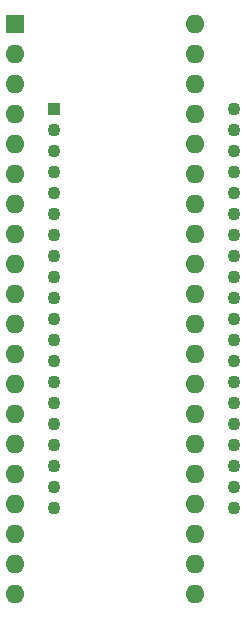
<source format=gts>
G04 #@! TF.GenerationSoftware,KiCad,Pcbnew,(6.0.4)*
G04 #@! TF.CreationDate,2022-12-30T23:34:26-05:00*
G04 #@! TF.ProjectId,tms7000 n2l adapter,746d7337-3030-4302-906e-326c20616461,rev?*
G04 #@! TF.SameCoordinates,Original*
G04 #@! TF.FileFunction,Soldermask,Top*
G04 #@! TF.FilePolarity,Negative*
%FSLAX46Y46*%
G04 Gerber Fmt 4.6, Leading zero omitted, Abs format (unit mm)*
G04 Created by KiCad (PCBNEW (6.0.4)) date 2022-12-30 23:34:26*
%MOMM*%
%LPD*%
G01*
G04 APERTURE LIST*
%ADD10R,1.600000X1.600000*%
%ADD11O,1.600000X1.600000*%
%ADD12R,1.100000X1.100000*%
%ADD13C,1.100000*%
G04 APERTURE END LIST*
D10*
X115565000Y-52837000D03*
D11*
X115565000Y-55377000D03*
X115565000Y-57917000D03*
X115565000Y-60457000D03*
X115565000Y-62997000D03*
X115565000Y-65537000D03*
X115565000Y-68077000D03*
X115565000Y-70617000D03*
X115565000Y-73157000D03*
X115565000Y-75697000D03*
X115565000Y-78237000D03*
X115565000Y-80777000D03*
X115565000Y-83317000D03*
X115565000Y-85857000D03*
X115565000Y-88397000D03*
X115565000Y-90937000D03*
X115565000Y-93477000D03*
X115565000Y-96017000D03*
X115565000Y-98557000D03*
X115565000Y-101097000D03*
X130805000Y-101097000D03*
X130805000Y-98557000D03*
X130805000Y-96017000D03*
X130805000Y-93477000D03*
X130805000Y-90937000D03*
X130805000Y-88397000D03*
X130805000Y-85857000D03*
X130805000Y-83317000D03*
X130805000Y-80777000D03*
X130805000Y-78237000D03*
X130805000Y-75697000D03*
X130805000Y-73157000D03*
X130805000Y-70617000D03*
X130805000Y-68077000D03*
X130805000Y-65537000D03*
X130805000Y-62997000D03*
X130805000Y-60457000D03*
X130805000Y-57917000D03*
X130805000Y-55377000D03*
X130805000Y-52837000D03*
D12*
X118872000Y-60071000D03*
D13*
X118872000Y-61849000D03*
X118872000Y-63627000D03*
X118872000Y-65405000D03*
X118872000Y-67183000D03*
X118872000Y-68961000D03*
X118872000Y-70739000D03*
X118872000Y-72517000D03*
X118872000Y-74295000D03*
X118872000Y-76073000D03*
X118872000Y-77851000D03*
X118872000Y-79629000D03*
X118872000Y-81407000D03*
X118872000Y-83185000D03*
X118872000Y-84963000D03*
X118872000Y-86741000D03*
X118872000Y-88519000D03*
X118872000Y-90297000D03*
X118872000Y-92075000D03*
X118872000Y-93853000D03*
X134112000Y-93853000D03*
X134112000Y-92075000D03*
X134112000Y-90297000D03*
X134112000Y-88519000D03*
X134112000Y-86741000D03*
X134112000Y-84963000D03*
X134112000Y-83185000D03*
X134112000Y-81407000D03*
X134112000Y-79629000D03*
X134112000Y-77851000D03*
X134112000Y-76073000D03*
X134112000Y-74295000D03*
X134112000Y-72517000D03*
X134112000Y-70739000D03*
X134112000Y-68961000D03*
X134112000Y-67183000D03*
X134112000Y-65405000D03*
X134112000Y-63627000D03*
X134112000Y-61849000D03*
X134112000Y-60071000D03*
M02*

</source>
